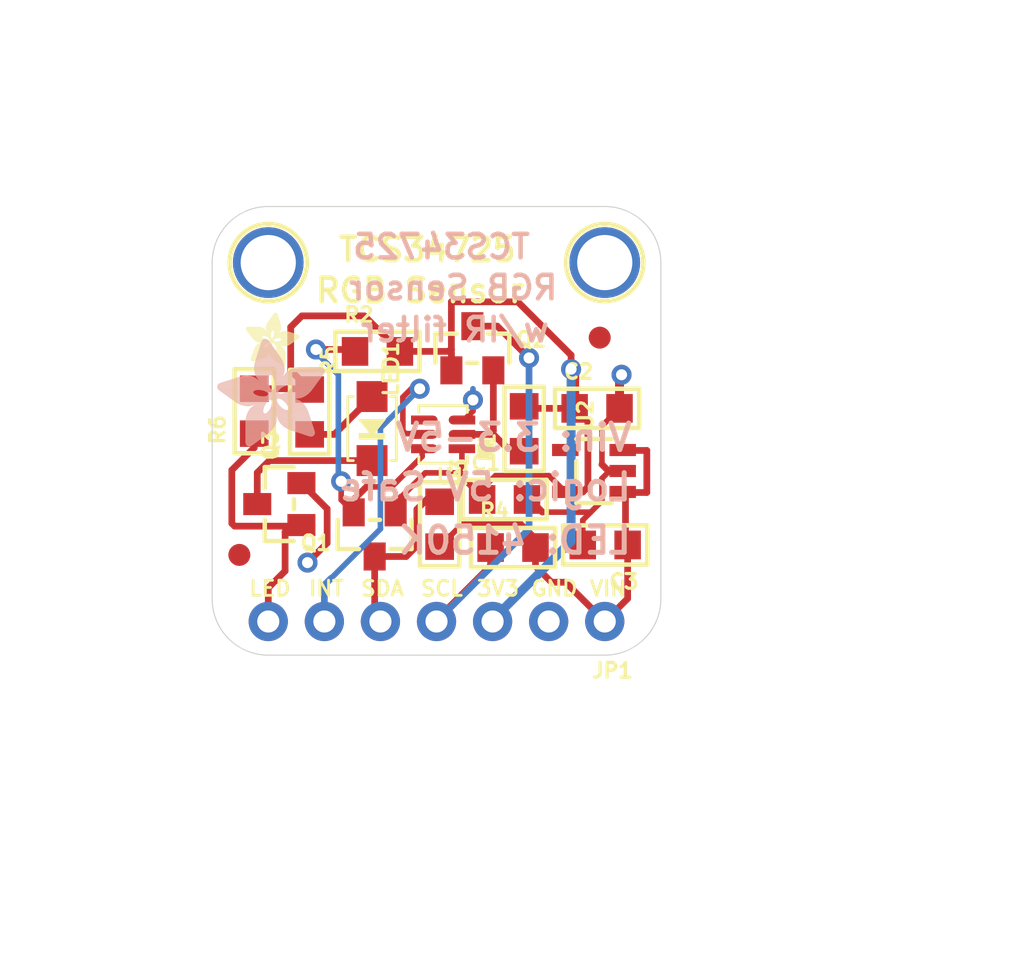
<source format=kicad_pcb>
(kicad_pcb (version 20211014) (generator pcbnew)
  (layers (0 "F.Cu" signal) (31 "B.Cu" signal) (34 "B.Paste" user) (35 "F.Paste" user) (36 "B.SilkS" user "B.Silkscreen") (37 "F.SilkS" user "F.Silkscreen") (38 "B.Mask" user) (39 "F.Mask" user) (44 "Edge.Cuts" user))
  (net 0 "")
  (net 1 "GND")
  (net 2 "SDA_3V")
  (net 3 "SCL_3V")
  (net 4 "SDA_5V")
  (net 5 "SCL_5V")
  (net 6 "VIN")
  (net 7 "INT")
  (net 8 "N$1")
  (net 9 "N$2")
  (net 10 "LED_EN")
  (net 11 "+3V3")
  (footprint "boardEagle:EVERLIGHT_45-21" (layer "F.Cu") (at 145.5821 104.9016 -90)
    (fp_text reference "LED1" (at -1.375 -1.25 -90) (layer "F.SilkS") (effects (font (size 0.666496 0.666496) (thickness 0.146304)) (justify left bottom)))
    (fp_text value "45-21/LK2C-B38452C4CB2/2T")
    (pad "A" smd rect (at -1.45 0 270) (size 1.4 1.4) (layers "F.Cu" "F.Paste" "F.Mask") (net 9 "N$2"))
    (pad "K" smd rect (at 1.45 0 270) (size 1.4 1.4) (layers "F.Cu" "F.Paste" "F.Mask") (net 8 "N$1"))
  )
  (footprint "boardEagle:_0805" (layer "F.Cu") (at 142.7561 104.1486 -90)
    (fp_text reference "R5" (at -1.5875 -1.27 -90) (layer "F.SilkS") (effects (font (size 0.666496 0.666496) (thickness 0.146304)) (justify left bottom)))
    (fp_text value "TBD")
    (pad "1" smd rect (at -1.016 0 270) (size 1.2 1.3) (layers "F.Cu" "F.Paste" "F.Mask") (net 11 "+3V3"))
    (pad "2" smd rect (at 1.016 0 270) (size 1.2 1.3) (layers "F.Cu" "F.Paste" "F.Mask") (net 9 "N$2"))
  )
  (footprint "boardEagle:_0805" (layer "F.Cu") (at 151.5831 108.1136)
    (fp_text reference "C1" (at -1.5875 -1.27) (layer "F.SilkS") (effects (font (size 0.666496 0.666496) (thickness 0.146304)) (justify left bottom)))
    (fp_text value "0.1µF")
    (pad "1" smd rect (at -1.016 0) (size 1.2 1.3) (layers "F.Cu" "F.Paste" "F.Mask") (net 11 "+3V3"))
    (pad "2" smd rect (at 1.016 0) (size 1.2 1.3) (layers "F.Cu" "F.Paste" "F.Mask") (net 1 "GND"))
  )
  (footprint "boardEagle:_0805" (layer "F.Cu") (at 140.2461 104.1146 90)
    (fp_text reference "R6" (at -1.5875 -1.27 90) (layer "F.SilkS") (effects (font (size 0.666496 0.666496) (thickness 0.146304)) (justify left bottom)))
    (fp_text value "10K")
    (pad "1" smd rect (at -1.016 0 90) (size 1.2 1.3) (layers "F.Cu" "F.Paste" "F.Mask") (net 10 "LED_EN"))
    (pad "2" smd rect (at 1.016 0 90) (size 1.2 1.3) (layers "F.Cu" "F.Paste" "F.Mask") (net 11 "+3V3"))
  )
  (footprint "boardEagle:FIDUCIAL_1MM" (layer "F.Cu") (at 155.8931 100.7836 180)
    (fp_text reference "FID1" hide)
    (fp_text value "FIDUCIAL\"\"" hide)
    (pad "1" smd roundrect (at 0 0 180) (size 1 1) (layers "F.Cu") (roundrect_rratio 0.5))
  )
  (footprint "boardEagle:1X07_ROUND_70" (layer "F.Cu") (at 148.5011 113.6396 180)
    (fp_text reference "JP1" (at -8.9662 -1.8288 180) (layer "F.SilkS") (effects (font (size 0.666496 0.666496) (thickness 0.146304)) (justify right top)))
    (fp_text value "")
    (pad "1" thru_hole circle (at -7.62 0 270) (size 1.778 1.778) (drill 1) (layers *.Cu *.Mask) (net 6 "VIN"))
    (pad "2" thru_hole circle (at -5.08 0 270) (size 1.778 1.778) (drill 1) (layers *.Cu *.Mask) (net 1 "GND"))
    (pad "3" thru_hole circle (at -2.54 0 270) (size 1.778 1.778) (drill 1) (layers *.Cu *.Mask) (net 11 "+3V3"))
    (pad "4" thru_hole circle (at 0 0 270) (size 1.778 1.778) (drill 1) (layers *.Cu *.Mask) (net 5 "SCL_5V"))
    (pad "5" thru_hole circle (at 2.54 0 270) (size 1.778 1.778) (drill 1) (layers *.Cu *.Mask) (net 4 "SDA_5V"))
    (pad "6" thru_hole circle (at 5.08 0 270) (size 1.778 1.778) (drill 1) (layers *.Cu *.Mask) (net 7 "INT"))
    (pad "7" thru_hole circle (at 7.62 0 270) (size 1.778 1.778) (drill 1) (layers *.Cu *.Mask) (net 10 "LED_EN"))
  )
  (footprint "boardEagle:SOT23-WIDE" (layer "F.Cu") (at 141.3821 108.3216 90)
    (fp_text reference "Q3" (at 1.905 0 90) (layer "F.SilkS") (effects (font (size 0.666496 0.666496) (thickness 0.146304)) (justify left bottom)))
    (fp_text value "BSS138")
    (pad "1" smd rect (at -0.95 1 90) (size 1 1.27) (layers "F.Cu" "F.Paste" "F.Mask") (net 10 "LED_EN"))
    (pad "2" smd rect (at 0.95 1 90) (size 1 1.27) (layers "F.Cu" "F.Paste" "F.Mask") (net 1 "GND"))
    (pad "3" smd rect (at 0 -1 90) (size 1 1.27) (layers "F.Cu" "F.Paste" "F.Mask") (net 8 "N$1"))
  )
  (footprint "boardEagle:SOT23-WIDE" (layer "F.Cu") (at 150.1251 101.2636)
    (fp_text reference "Q2" (at 1.905 0) (layer "F.SilkS") (effects (font (size 0.666496 0.666496) (thickness 0.146304)) (justify left bottom)))
    (fp_text value "BSS138")
    (pad "1" smd rect (at -0.95 1) (size 1 1.27) (layers "F.Cu" "F.Paste" "F.Mask") (net 11 "+3V3"))
    (pad "2" smd rect (at 0.95 1) (size 1 1.27) (layers "F.Cu" "F.Paste" "F.Mask") (net 3 "SCL_3V"))
    (pad "3" smd rect (at 0 -1) (size 1 1.27) (layers "F.Cu" "F.Paste" "F.Mask") (net 5 "SCL_5V"))
  )
  (footprint "boardEagle:ADAFRUIT_2.5MM" (layer "F.Cu") (at 139.8651 102.0826)
    (fp_text reference "U$2" hide)
    (fp_text value "" hide)
  )
  (footprint "boardEagle:MOUNTINGHOLE_2.5_PLATED" (layer "F.Cu") (at 156.1211 97.3836 180)
    (fp_text reference "U$14" hide)
    (fp_text value "MOUNTINGHOLE2.5" hide)
    (pad "P$1" thru_hole circle (at 0 0 180) (size 3.2 3.2) (drill 2.5) (layers *.Cu *.Mask))
  )
  (footprint "boardEagle:SOT23-5" (layer "F.Cu") (at 155.6341 106.8226 90)
    (fp_text reference "U2" (at 1.778 0 90) (layer "F.SilkS") (effects (font (size 0.666496 0.666496) (thickness 0.146304)) (justify left bottom)))
    (fp_text value "RT9193")
    (pad "1" smd rect (at -0.95 1.3001 90) (size 0.55 1.2) (layers "F.Cu" "F.Paste" "F.Mask") (net 6 "VIN"))
    (pad "2" smd rect (at 0 1.3001 90) (size 0.55 1.2) (layers "F.Cu" "F.Paste" "F.Mask") (net 1 "GND"))
    (pad "3" smd rect (at 0.95 1.3001 90) (size 0.55 1.2) (layers "F.Cu" "F.Paste" "F.Mask") (net 6 "VIN"))
    (pad "4" smd rect (at 0.95 -1.3001 90) (size 0.55 1.2) (layers "F.Cu" "F.Paste" "F.Mask"))
    (pad "5" smd rect (at -0.95 -1.3001 90) (size 0.55 1.2) (layers "F.Cu" "F.Paste" "F.Mask") (net 11 "+3V3"))
  )
  (footprint "boardEagle:_0805" (layer "F.Cu") (at 152.4711 104.9106 90)
    (fp_text reference "R1" (at -1.5875 -1.27 90) (layer "F.SilkS") (effects (font (size 0.666496 0.666496) (thickness 0.146304)) (justify left bottom)))
    (fp_text value "10K")
    (pad "1" smd rect (at -1.016 0 90) (size 1.2 1.3) (layers "F.Cu" "F.Paste" "F.Mask") (net 3 "SCL_3V"))
    (pad "2" smd rect (at 1.016 0 90) (size 1.2 1.3) (layers "F.Cu" "F.Paste" "F.Mask") (net 11 "+3V3"))
  )
  (footprint "boardEagle:_0805" (layer "F.Cu") (at 151.9681 110.2906)
    (fp_text reference "R4" (at -1.5875 -1.27) (layer "F.SilkS") (effects (font (size 0.666496 0.666496) (thickness 0.146304)) (justify left bottom)))
    (fp_text value "10K")
    (pad "1" smd rect (at -1.016 0) (size 1.2 1.3) (layers "F.Cu" "F.Paste" "F.Mask") (net 5 "SCL_5V"))
    (pad "2" smd rect (at 1.016 0) (size 1.2 1.3) (layers "F.Cu" "F.Paste" "F.Mask") (net 6 "VIN"))
  )
  (footprint "boardEagle:_0805" (layer "F.Cu") (at 148.6431 109.2326 -90)
    (fp_text reference "R3" (at -1.5875 -1.27 -90) (layer "F.SilkS") (effects (font (size 0.666496 0.666496) (thickness 0.146304)) (justify left bottom)))
    (fp_text value "10K")
    (pad "1" smd rect (at -1.016 0 270) (size 1.2 1.3) (layers "F.Cu" "F.Paste" "F.Mask") (net 4 "SDA_5V"))
    (pad "2" smd rect (at 1.016 0 270) (size 1.2 1.3) (layers "F.Cu" "F.Paste" "F.Mask") (net 6 "VIN"))
  )
  (footprint "boardEagle:_0805" (layer "F.Cu") (at 155.7741 103.9866)
    (fp_text reference "C2" (at -1.5875 -1.27) (layer "F.SilkS") (effects (font (size 0.666496 0.666496) (thickness 0.146304)) (justify left bottom)))
    (fp_text value "10µF")
    (pad "1" smd rect (at -1.016 0) (size 1.2 1.3) (layers "F.Cu" "F.Paste" "F.Mask") (net 11 "+3V3"))
    (pad "2" smd rect (at 1.016 0) (size 1.2 1.3) (layers "F.Cu" "F.Paste" "F.Mask") (net 1 "GND"))
  )
  (footprint "boardEagle:MOUNTINGHOLE_2.5_PLATED" (layer "F.Cu") (at 140.8811 97.3836 180)
    (fp_text reference "U$8" hide)
    (fp_text value "MOUNTINGHOLE2.5" hide)
    (pad "P$1" thru_hole circle (at 0 0 180) (size 3.2 3.2) (drill 2.5) (layers *.Cu *.Mask))
  )
  (footprint "boardEagle:_0805" (layer "F.Cu") (at 156.1421 110.1726 180)
    (fp_text reference "C3" (at -1.5875 -1.27 180) (layer "F.SilkS") (effects (font (size 0.666496 0.666496) (thickness 0.146304)) (justify right top)))
    (fp_text value "10µF")
    (pad "1" smd rect (at -1.016 0 180) (size 1.2 1.3) (layers "F.Cu" "F.Paste" "F.Mask") (net 6 "VIN"))
    (pad "2" smd rect (at 1.016 0 180) (size 1.2 1.3) (layers "F.Cu" "F.Paste" "F.Mask") (net 1 "GND"))
  )
  (footprint "boardEagle:FIDUCIAL_1MM" (layer "F.Cu") (at 139.5711 110.6236 180)
    (fp_text reference "FID2" hide)
    (fp_text value "FIDUCIAL\"\"" hide)
    (pad "1" smd roundrect (at 0 0 180) (size 1 1) (layers "F.Cu") (roundrect_rratio 0.5))
  )
  (footprint "boardEagle:_0805" (layer "F.Cu") (at 145.8271 101.4066)
    (fp_text reference "R2" (at -1.5875 -1.27) (layer "F.SilkS") (effects (font (size 0.666496 0.666496) (thickness 0.146304)) (justify left bottom)))
    (fp_text value "10K")
    (pad "1" smd rect (at -1.016 0) (size 1.2 1.3) (layers "F.Cu" "F.Paste" "F.Mask") (net 2 "SDA_3V"))
    (pad "2" smd rect (at 1.016 0) (size 1.2 1.3) (layers "F.Cu" "F.Paste" "F.Mask") (net 11 "+3V3"))
  )
  (footprint "boardEagle:TCS3472_FN6" (layer "F.Cu") (at 148.8011 105.1636 180)
    (fp_text reference "U1" (at -1.143 -1.52 180) (layer "F.SilkS") (effects (font (size 0.666496 0.666496) (thickness 0.146304)) (justify right top)))
    (fp_text value "TCS34725")
    (fp_poly (pts (xy -0.349118 -0.174733) (xy -0.275267 -0.100882) (xy -0.248236 0) (xy -0.275267 0.100882) (xy -0.349118 0.174733) (xy -0.443417 0.2) (xy -1.45 0.2) (xy -1.45 -0.2) (xy -0.443417 -0.2)) (layer "F.Cu") (width 0) (fill solid))
    (fp_poly (pts (xy 1.45 0.2) (xy 0.443417 0.2) (xy 0.349118 0.174733) (xy 0.275267 0.100882) (xy 0.248236 0) (xy 0.275267 -0.100882) (xy 0.349118 -0.174733) (xy 0.443417 -0.2) (xy 1.45 -0.2)) (layer "F.Cu") (width 0) (fill solid))
    (fp_poly (pts (xy 1.45 -0.45) (xy 0.443417 -0.45) (xy 0.349118 -0.475267) (xy 0.275267 -0.549118) (xy 0.248236 -0.65) (xy 0.275267 -0.750882) (xy 0.349118 -0.824733) (xy 0.443417 -0.85) (xy 1.45 -0.85)) (layer "F.Cu") (width 0) (fill solid))
    (fp_poly (pts (xy -0.349118 0.475267) (xy -0.275267 0.549118) (xy -0.248236 0.65) (xy -0.275267 0.750882) (xy -0.349118 0.824733) (xy -0.443417 0.85) (xy -1.45 0.85) (xy -1.45 0.45) (xy -0.443417 0.45)) (layer "F.Cu") (width 0) (fill solid))
    (fp_poly (pts (xy 1.45 0.85) (xy 0.443417 0.85) (xy 0.349118 0.824733) (xy 0.275267 0.750882) (xy 0.248236 0.65) (xy 0.275267 0.549118) (xy 0.349118 0.475267) (xy 0.443417 0.45) (xy 1.45 0.45)) (layer "F.Cu") (width 0) (fill solid))
    (pad "P$1" smd rect (at -0.85 -0.65 180) (size 1.2 0.4) (layers "F.Cu" "F.Paste" "F.Mask") (net 11 "+3V3"))
    (pad "P$2" smd rect (at -0.95 0 180) (size 1 0.4) (layers "F.Cu" "F.Paste" "F.Mask") (net 3 "SCL_3V"))
    (pad "P$3" smd rect (at -0.95 0.65 180) (size 1 0.4) (layers "F.Cu" "F.Paste" "F.Mask") (net 1 "GND"))
    (pad "P$4" smd rect (at 0.95 0.65 180) (size 1 0.4) (layers "F.Cu" "F.Paste" "F.Mask"))
    (pad "P$5" smd rect (at 0.95 0 180) (size 1 0.4) (layers "F.Cu" "F.Paste" "F.Mask") (net 7 "INT"))
    (pad "P$6" smd rect (at 0.95 -0.65 180) (size 1 0.4) (layers "F.Cu" "F.Paste" "F.Mask") (net 2 "SDA_3V"))
  )
  (footprint "boardEagle:SOT23-WIDE" (layer "F.Cu") (at 145.7001 109.6956 180)
    (fp_text reference "Q1" (at 1.905 0 180) (layer "F.SilkS") (effects (font (size 0.666496 0.666496) (thickness 0.146304)) (justify right top)))
    (fp_text value "BSS138")
    (pad "1" smd rect (at -0.95 1 180) (size 1 1.27) (layers "F.Cu" "F.Paste" "F.Mask") (net 11 "+3V3"))
    (pad "2" smd rect (at 0.95 1 180) (size 1 1.27) (layers "F.Cu" "F.Paste" "F.Mask") (net 2 "SDA_3V"))
    (pad "3" smd rect (at 0 -1 180) (size 1 1.27) (layers "F.Cu" "F.Paste" "F.Mask") (net 4 "SDA_5V"))
  )
  (footprint "boardEagle:ADAFRUIT_5MM" (layer "B.Cu") (at 143.4401 105.7026 180)
    (fp_text reference "U$18" hide)
    (fp_text value "" hide)
  )
  (gr_line (start 138.3411 97.3836) (end 138.3411 112.6236) (layer "Edge.Cuts") (width 0.05))
  (gr_arc (start 156.1211 94.8436) (mid 157.917151 95.587549) (end 158.6611 97.3836) (layer "Edge.Cuts") (width 0.05))
  (gr_arc (start 140.8811 115.1636) (mid 139.085049 114.419651) (end 138.3411 112.6236) (layer "Edge.Cuts") (width 0.05))
  (gr_line (start 158.6611 112.6236) (end 158.6611 97.3836) (layer "Edge.Cuts") (width 0.05))
  (gr_arc (start 158.6611 112.6236) (mid 157.917151 114.419651) (end 156.1211 115.1636) (layer "Edge.Cuts") (width 0.05))
  (gr_line (start 140.8811 115.1636) (end 156.1211 115.1636) (layer "Edge.Cuts") (width 0.05))
  (gr_arc (start 138.3411 97.3836) (mid 139.085049 95.587549) (end 140.8811 94.8436) (layer "Edge.Cuts") (width 0.05))
  (gr_line (start 156.1211 94.8436) (end 140.8811 94.8436) (layer "Edge.Cuts") (width 0.05))
  (gr_text "RGB Sensor" (at 154.0931 99.1446) (layer "B.SilkS") (effects (font (size 1.0668 1.0668) (thickness 0.2032)) (justify left bottom mirror)))
  (gr_text "Vin: 3.3-5V" (at 157.4681 106.0046) (layer "B.SilkS") (effects (font (size 1.194816 1.194816) (thickness 0.227584)) (justify left bottom mirror)))
  (gr_text "Logic: 5V Safe" (at 157.4361 108.2506) (layer "B.SilkS") (effects (font (size 1.194816 1.194816) (thickness 0.227584)) (justify left bottom mirror)))
  (gr_text "TCS34725" (at 152.8501 97.2906) (layer "B.SilkS") (effects (font (size 1.0668 1.0668) (thickness 0.2032)) (justify left bottom mirror)))
  (gr_text "LED: 4150K" (at 157.4361 110.6636) (layer "B.SilkS") (effects (font (size 1.194816 1.194816) (thickness 0.227584)) (justify left bottom mirror)))
  (gr_text "w/IR filter" (at 153.7121 101.0496) (layer "B.SilkS") (effects (font (size 1.0668 1.0668) (thickness 0.2032)) (justify left bottom mirror)))
  (gr_text "GND" (at 152.7141 112.5446) (layer "F.SilkS") (effects (font (size 0.682752 0.682752) (thickness 0.130048)) (justify left bottom)))
  (gr_text "INT" (at 142.6471 112.5446) (layer "F.SilkS") (effects (font (size 0.682752 0.682752) (thickness 0.130048)) (justify left bottom)))
  (gr_text "TCS34725" (at 143.9601 97.4176) (layer "F.SilkS") (effects (font (size 1.0668 1.0668) (thickness 0.2032)) (justify left bottom)))
  (gr_text "SCL" (at 147.7141 112.5446) (layer "F.SilkS") (effects (font (size 0.682752 0.682752) (thickness 0.130048)) (justify left bottom)))
  (gr_text "SDA" (at 145.0071 112.5446) (layer "F.SilkS") (effects (font (size 0.682752 0.682752) (thickness 0.130048)) (justify left bottom)))
  (gr_text "3V3" (at 150.2611 112.5446) (layer "F.SilkS") (effects (font (size 0.682752 0.682752) (thickness 0.130048)) (justify left bottom)))
  (gr_text "LED" (at 139.9471 112.5446) (layer "F.SilkS") (effects (font (size 0.682752 0.682752) (thickness 0.130048)) (justify left bottom)))
  (gr_text "RGB Sensor" (at 142.9171 99.2716) (layer "F.SilkS") (effects (font (size 1.0668 1.0668) (thickness 0.2032)) (justify left bottom)))
  (gr_text "VIN" (at 155.3741 112.5446) (layer "F.SilkS") (effects (font (size 0.682752 0.682752) (thickness 0.130048)) (justify left bottom)))
  (segment (start 155.4861 108.6866) (end 155.1261 109.0466) (width 0.254) (layer "F.Cu") (net 1))
  (segment (start 143.5481 108.5376) (end 143.5481 110.0836) (width 0.3048) (layer "F.Cu") (net 1))
  (segment (start 152.8531 108.2406) (end 152.5991 108.1136) (width 0.3048) (layer "F.Cu") (net 1))
  (segment (start 156.8831 102.4636) (end 156.7901 102.5566) (width 0.4064) (layer "F.Cu") (net 1))
  (segment (start 156.4161 106.8226) (end 156.3341 106.8226) (width 0.254) (layer "F.Cu") (net 1))
  (segment (start 156.7901 102.5566) (end 156.7901 103.9866) (width 0.4064) (layer "F.Cu") (net 1))
  (segment (start 155.9941 107.1626) (end 155.9941 108.1786) (width 0.254) (layer "F.Cu") (net 1))
  (segment (start 155.1261 109.0466) (end 155.1261 110.1726) (width 0.254) (layer "F.Cu") (net 1))
  (segment (start 143.5481 110.0836) (end 142.6591 110.9726) (width 0.3048) (layer "F.Cu") (net 1))
  (segment (start 153.2991 108.6866) (end 152.8531 108.2406) (width 0.3048) (layer "F.Cu") (net 1))
  (segment (start 156.9342 106.8226) (end 156.4161 106.8226) (width 0.254) (layer "F.Cu") (net 1))
  (segment (start 155.9941 106.5276) (end 155.9941 104.7826) (width 0.254) (layer "F.Cu") (net 1))
  (segment (start 153.2991 108.6866) (end 155.4861 108.6866) (width 0.254) (layer "F.Cu") (net 1))
  (segment (start 156.2891 106.8226) (end 155.9941 106.5276) (width 0.3048) (layer "F.Cu") (net 1))
  (segment (start 155.9941 104.7826) (end 156.7901 103.9866) (width 0.254) (layer "F.Cu") (net 1))
  (segment (start 156.3341 106.8226) (end 155.9941 107.1626) (width 0.254) (layer "F.Cu") (net 1))
  (segment (start 155.9941 108.1786) (end 155.4861 108.6866) (width 0.254) (layer "F.Cu") (net 1))
  (segment (start 149.7511 104.5136) (end 150.1521 104.1126) (width 0.254) (layer "F.Cu") (net 1))
  (segment (start 150.1521 104.1126) (end 150.1521 103.6066) (width 0.254) (layer "F.Cu") (net 1))
  (segment (start 142.3821 107.3716) (end 143.5481 108.5376) (width 0.3048) (layer "F.Cu") (net 1))
  (segment (start 156.4161 106.8226) (end 156.2891 106.8226) (width 0.3048) (layer "F.Cu") (net 1))
  (via (at 156.8831 102.4636) (size 0.9064) (drill 0.5) (layers "F.Cu" "B.Cu") (net 1))
  (via (at 142.6591 110.9726) (size 0.9064) (drill 0.5) (layers "F.Cu" "B.Cu") (net 1))
  (via (at 150.1521 103.6066) (size 0.9064) (drill 0.5) (layers "F.Cu" "B.Cu") (net 1))
  (segment (start 150.1521 103.6066) (end 150.1521 103.0986) (width 0.254) (layer "B.Cu") (net 1))
  (segment (start 142.6591 110.9726) (end 142.5321 111.0996) (width 0.3048) (layer "B.Cu") (net 1))
  (segment (start 142.5321 111.0996) (end 142.7861 111.0996) (width 0.3048) (layer "B.Cu") (net 1))
  (segment (start 146.4691 107.5436) (end 147.8511 106.1616) (width 0.254) (layer "F.Cu") (net 2))
  (segment (start 144.7501 108.6956) (end 144.7501 108.6276) (width 0.254) (layer "F.Cu") (net 2))
  (segment (start 147.8511 106.1616) (end 147.8511 105.8136) (width 0.254) (layer "F.Cu") (net 2))
  (segment (start 144.7501 108.1196) (end 144.7501 108.6956) (width 0.3048) (layer "F.Cu") (net 2))
  (segment (start 143.0401 101.3206) (end 144.7251 101.3206) (width 0.3048) (layer "F.Cu") (net 2))
  (segment (start 144.7251 101.3206) (end 144.8111 101.4066) (width 0.3048) (layer "F.Cu") (net 2))
  (segment (start 144.1831 108.1286) (end 144.7501 108.6956) (width 0.254) (layer "F.Cu") (net 2))
  (segment (start 145.3261 107.5436) (end 146.4691 107.5436) (width 0.254) (layer "F.Cu") (net 2))
  (segment (start 144.1831 107.2896) (end 144.1831 108.1286) (width 0.254) (layer "F.Cu") (net 2))
  (segment (start 145.3261 107.5436) (end 144.7501 108.1196) (width 0.3048) (layer "F.Cu") (net 2))
  (via (at 143.0401 101.3206) (size 0.9064) (drill 0.5) (layers "F.Cu" "B.Cu") (net 2))
  (via (at 144.1831 107.2896) (size 0.9064) (drill 0.5) (layers "F.Cu" "B.Cu") (net 2))
  (segment (start 143.0401 101.3206) (end 143.0401 101.4476) (width 0.254) (layer "B.Cu") (net 2))
  (segment (start 143.0401 101.4476) (end 144.0561 102.4636) (width 0.254) (layer "B.Cu") (net 2))
  (segment (start 144.0561 107.1626) (end 144.1831 107.2896) (width 0.254) (layer "B.Cu") (net 2))
  (segment (start 144.0561 102.4636) (end 144.0561 107.1626) (width 0.254) (layer "B.Cu") (net 2))
  (segment (start 149.7511 105.1636) (end 150.9141 105.1636) (width 0.3048) (layer "F.Cu") (net 3))
  (segment (start 151.6761 105.7656) (end 152.6321 105.7656) (width 0.3048) (layer "F.Cu") (net 3))
  (segment (start 151.0751 105.0026) (end 150.9141 105.1636) (width 0.3048) (layer "F.Cu") (net 3))
  (segment (start 152.6321 105.7656) (end 152.4711 105.9266) (width 0.3048) (layer "F.Cu") (net 3))
  (segment (start 151.0751 102.2636) (end 151.0751 105.0026) (width 0.3048) (layer "F.Cu") (net 3))
  (segment (start 151.0741 105.1636) (end 151.6761 105.7656) (width 0.3048) (layer "F.Cu") (net 3))
  (segment (start 150.9141 105.1636) (end 151.0741 105.1636) (width 0.3048) (layer "F.Cu") (net 3))
  (segment (start 148.1201 108.0516) (end 148.4781 108.0516) (width 0.3048) (layer "F.Cu") (net 4))
  (segment (start 148.4781 108.0516) (end 148.6431 108.2166) (width 0.3048) (layer "F.Cu") (net 4))
  (segment (start 145.7001 113.3786) (end 145.9611 113.6396) (width 0.3048) (layer "F.Cu") (net 4))
  (segment (start 145.7001 113.3786) (end 145.7001 110.6956) (width 0.3048) (layer "F.Cu") (net 4))
  (segment (start 147.6121 108.5596) (end 148.1201 108.0516) (width 0.3048) (layer "F.Cu") (net 4))
  (segment (start 147.6121 110.2106) (end 147.6121 108.5596) (width 0.3048) (layer "F.Cu") (net 4))
  (segment (start 147.1271 110.6956) (end 147.6121 110.2106) (width 0.3048) (layer "F.Cu") (net 4))
  (segment (start 145.7001 110.6956) (end 147.1271 110.6956) (width 0.3048) (layer "F.Cu") (net 4))
  (segment (start 150.9521 111.1126) (end 148.5011 113.5636) (width 0.3048) (layer "F.Cu") (net 5))
  (segment (start 151.2541 100.2636) (end 152.6921 101.7016) (width 0.3048) (layer "F.Cu") (net 5))
  (segment (start 150.9521 111.1126) (end 150.9521 110.2906) (width 0.3048) (layer "F.Cu") (net 5))
  (segment (start 148.5011 113.5636) (end 148.5011 113.6396) (width 0.3048) (layer "F.Cu") (net 5))
  (segment (start 150.1251 100.2636) (end 151.2541 100.2636) (width 0.3048) (layer "F.Cu") (net 5))
  (via (at 152.6921 101.7016) (size 0.9064) (drill 0.5) (layers "F.Cu" "B.Cu") (net 5))
  (segment (start 152.6921 109.4486) (end 148.5011 113.6396) (width 0.3048) (layer "B.Cu") (net 5))
  (segment (start 152.6921 101.7016) (end 152.6921 109.4486) (width 0.3048) (layer "B.Cu") (net 5))
  (segment (start 157.1581 112.6026) (end 157.1581 110.1726) (width 0.3048) (layer "F.Cu") (net 6))
  (segment (start 153.7081 111.8616) (end 154.3431 111.8616) (width 0.3048) (layer "F.Cu") (net 6))
  (segment (start 157.2952 105.8926) (end 158.0261 105.8926) (width 0.3048) (layer "F.Cu") (net 6))
  (segment (start 148.6431 110.2486) (end 149.6971 109.1946) (width 0.254) (layer "F.Cu") (net 6))
  (segment (start 152.9841 111.1376) (end 153.7081 111.8616) (width 0.3048) (layer "F.Cu") (net 6))
  (segment (start 152.3111 109.1946) (end 152.9841 109.8676) (width 0.254) (layer "F.Cu") (net 6))
  (segment (start 152.9841 110.2906) (end 152.9841 111.1376) (width 0.3048) (layer "F.Cu") (net 6))
  (segment (start 157.2752 105.8726) (end 157.2952 105.8926) (width 0.3048) (layer "F.Cu") (net 6))
  (segment (start 154.3431 111.8616) (end 156.1211 113.6396) (width 0.3048) (layer "F.Cu") (net 6))
  (segment (start 149.6971 109.1946) (end 152.3111 109.1946) (width 0.254) (layer "F.Cu") (net 6))
  (segment (start 156.9592 107.7976) (end 156.9342 107.7726) (width 0.3048) (layer "F.Cu") (net 6))
  (segment (start 152.9841 109.8676) (end 152.9841 110.2906) (width 0.254) (layer "F.Cu") (net 6))
  (segment (start 157.0612 107.8996) (end 156.9342 107.7726) (width 0.3048) (layer "F.Cu") (net 6))
  (segment (start 157.0612 110.0757) (end 157.1581 110.1726) (width 0.3048) (layer "F.Cu") (net 6))
  (segment (start 157.0612 107.8996) (end 157.0612 110.0757) (width 0.3048) (layer "F.Cu") (net 6))
  (segment (start 157.1581 112.6026) (end 156.1211 113.6396) (width 0.3048) (layer "F.Cu") (net 6))
  (segment (start 156.9342 105.8726) (end 157.2752 105.8726) (width 0.3048) (layer "F.Cu") (net 6))
  (segment (start 158.0261 105.8926) (end 158.0261 107.7976) (width 0.3048) (layer "F.Cu") (net 6))
  (segment (start 158.0261 107.7976) (end 156.9592 107.7976) (width 0.3048) (layer "F.Cu") (net 6))
  (segment (start 146.9771 105.0036) (end 146.9771 103.4796) (width 0.254) (layer "F.Cu") (net 7))
  (segment (start 147.8511 105.1636) (end 147.8181 105.1306) (width 0.254) (layer "F.Cu") (net 7))
  (segment (start 147.8181 105.1306) (end 147.1041 105.1306) (width 0.254) (layer "F.Cu") (net 7))
  (segment (start 147.3581 103.0986) (end 147.7391 103.0986) (width 0.254) (layer "F.Cu") (net 7))
  (segment (start 147.1041 105.1306) (end 146.9771 105.0036) (width 0.254) (layer "F.Cu") (net 7))
  (segment (start 146.9771 103.4796) (end 147.3581 103.0986) (width 0.254) (layer "F.Cu") (net 7))
  (via (at 147.7391 103.0986) (size 0.9064) (drill 0.5) (layers "F.Cu" "B.Cu") (net 7))
  (segment (start 145.9611 109.4486) (end 143.7211 111.6886) (width 0.254) (layer "B.Cu") (net 7))
  (segment (start 143.4211 111.9886) (end 143.4211 113.6396) (width 0.3048) (layer "B.Cu") (net 7))
  (segment (start 145.9611 104.8766) (end 145.9611 109.4486) (width 0.254) (layer "B.Cu") (net 7))
  (segment (start 143.7211 111.6886) (end 143.4211 111.9886) (width 0.3048) (layer "B.Cu") (net 7))
  (segment (start 147.7391 103.0986) (end 145.9611 104.8766) (width 0.254) (layer "B.Cu") (net 7))
  (segment (start 140.9301 106.3516) (end 145.5821 106.3516) (width 0.3048) (layer "F.Cu") (net 8))
  (segment (start 140.3821 106.8996) (end 140.9301 106.3516) (width 0.3048) (layer "F.Cu") (net 8))
  (segment (start 140.3821 108.3216) (end 140.3821 106.8996) (width 0.3048) (layer "F.Cu") (net 8))
  (segment (start 143.8691 105.1646) (end 145.5821 103.4516) (width 0.3048) (layer "F.Cu") (net 9))
  (segment (start 142.7561 105.1646) (end 143.8691 105.1646) (width 0.3048) (layer "F.Cu") (net 9))
  (segment (start 142.3821 109.2716) (end 142.3321 109.3216) (width 0.3048) (layer "F.Cu") (net 10))
  (segment (start 141.8971 109.3216) (end 139.3571 109.3216) (width 0.3048) (layer "F.Cu") (net 10))
  (segment (start 140.8811 112.1156) (end 141.6431 111.3536) (width 0.3048) (layer "F.Cu") (net 10))
  (segment (start 140.8811 113.6396) (end 140.8811 112.1156) (width 0.3048) (layer "F.Cu") (net 10))
  (segment (start 141.6431 109.5756) (end 141.8971 109.3216) (width 0.3048) (layer "F.Cu") (net 10))
  (segment (start 141.6431 111.3536) (end 141.6431 109.5756) (width 0.3048) (layer "F.Cu") (net 10))
  (segment (start 139.3571 109.3216) (end 139.2301 109.1946) (width 0.3048) (layer "F.Cu") (net 10))
  (segment (start 139.2301 106.7816) (end 140.2461 105.7656) (width 0.3048) (layer "F.Cu") (net 10))
  (segment (start 140.2461 105.7656) (end 140.2461 105.1306) (width 0.3048) (layer "F.Cu") (net 10))
  (segment (start 139.2301 109.1946) (end 139.2301 106.7816) (width 0.3048) (layer "F.Cu") (net 10))
  (segment (start 142.3321 109.3216) (end 141.8971 109.3216) (width 0.3048) (layer "F.Cu") (net 10))
  (segment (start 142.4051 99.7966) (end 145.2331 99.7966) (width 0.3048) (layer "F.Cu") (net 11))
  (segment (start 154.7581 102.3706) (end 154.7581 103.9866) (width 0.4064) (layer "F.Cu") (net 11))
  (segment (start 154.7581 103.9866) (end 155.3591 104.5876) (width 0.3048) (layer "F.Cu") (net 11))
  (segment (start 150.6941 108.1136) (end 150.5671 108.1136) (width 0.3048) (layer "F.Cu") (net 11))
  (segment (start 149.6511 106.7466) (end 149.4891 106.9086) (width 0.254) (layer "F.Cu") (net 11))
  (segment (start 152.5631 103.9866) (end 154.7581 103.9866) (width 0.3048) (layer "F.Cu") (net 11))
  (segment (start 146.8431 101.4066) (end 149.0501 101.4066) (width 0.3048) (layer "F.Cu") (net 11))
  (segment (start 141.8971 102.2736) (end 141.8971 100.3046) (width 0.3048) (layer "F.Cu") (net 11))
  (segment (start 149.4891 106.9086) (end 150.6941 108.1136) (width 0.3048) (layer "F.Cu") (net 11))
  (segment (start 155.1301 107.7726) (end 154.334 107.7726) (width 0.3048) (layer "F.Cu") (net 11))
  (segment (start 154.5971 102.2096) (end 154.7581 102.3706) (width 0.4064) (layer "F.Cu") (net 11))
  (segment (start 145.2331 99.7966) (end 146.8431 101.4066) (width 0.3048) (layer "F.Cu") (net 11))
  (segment (start 151.1681 107.0356) (end 150.6601 107.5436) (width 0.254) (layer "F.Cu") (net 11))
  (segment (start 149.1751 101.4866) (end 149.1751 102.2636) (width 0.3048) (layer "F.Cu") (net 11))
  (segment (start 152.4711 103.8946) (end 152.5631 103.9866) (width 0.3048) (layer "F.Cu") (net 11))
  (segment (start 149.1751 99.1616) (end 152.1841 99.1616) (width 0.3048) (layer "F.Cu") (net 11))
  (segment (start 153.597 107.0356) (end 151.1681 107.0356) (width 0.254) (layer "F.Cu") (net 11))
  (segment (start 149.0501 101.4066) (end 149.1361 101.3206) (width 0.3048) (layer "F.Cu") (net 11))
  (segment (start 146.9041 107.9976) (end 146.9041 108.4416) (width 0.3048) (layer "F.Cu") (net 11))
  (segment (start 142.7561 103.1326) (end 141.8971 102.2736) (width 0.3048) (layer "F.Cu") (net 11))
  (segment (start 155.3591 104.5876) (end 155.3591 107.5436) (width 0.3048) (layer "F.Cu") (net 11))
  (segment (start 155.3591 107.5436) (end 155.1301 107.7726) (width 0.3048) (layer "F.Cu") (net 11))
  (segment (start 141.8971 100.3046) (end 142.4051 99.7966) (width 0.3048) (layer "F.Cu") (net 11))
  (segment (start 149.1751 102.2636) (end 149.1751 101.3206) (width 0.3048) (layer "F.Cu") (net 11))
  (segment (start 150.5671 107.6706) (end 150.5671 108.1136) (width 0.254) (layer "F.Cu") (net 11))
  (segment (start 146.9041 107.9976) (end 147.9931 106.9086) (width 0.254) (layer "F.Cu") (net 11))
  (segment (start 149.1751 101.3206) (end 149.1751 99.1616) (width 0.3048) (layer "F.Cu") (net 11))
  (segment (start 149.1361 101.3206) (end 149.1751 101.3206) (width 0.3048) (layer "F.Cu") (net 11))
  (segment (start 147.9931 106.9086) (end 149.4891 106.9086) (width 0.254) (layer "F.Cu") (net 11))
  (segment (start 154.334 107.7726) (end 153.597 107.0356) (width 0.254) (layer "F.Cu") (net 11))
  (segment (start 150.6601 107.5436) (end 150.5671 107.6706) (width 0.254) (layer "F.Cu") (net 11))
  (segment (start 140.2461 103.0986) (end 142.7221 103.0986) (width 0.3048) (layer "F.Cu") (net 11))
  (segment (start 146.9041 108.4416) (end 146.6501 108.6956) (width 0.3048) (layer "F.Cu") (net 11))
  (segment (start 154.5971 101.5746) (end 152.1841 99.1616) (width 0.3048) (layer "F.Cu") (net 11))
  (segment (start 149.6511 105.8136) (end 149.6511 106.7466) (width 0.254) (layer "F.Cu") (net 11))
  (segment (start 154.5971 101.5746) (end 154.5971 102.2096) (width 0.3048) (layer "F.Cu") (net 11))
  (segment (start 142.7221 103.0986) (end 142.7561 103.1326) (width 0.3048) (layer "F.Cu") (net 11))
  (via (at 154.5971 102.2096) (size 0.9064) (drill 0.5) (layers "F.Cu" "B.Cu") (net 11))
  (segment (start 154.5971 110.0076) (end 154.5971 102.2096) (width 0.4064) (layer "B.Cu") (net 11))
  (segment (start 151.0411 113.5636) (end 151.0411 113.6396) (width 0.4064) (layer "B.Cu") (net 11))
  (segment (start 154.5971 110.0076) (end 151.0411 113.5636) (width 0.4064) (layer "B.Cu") (net 11))
)
</source>
